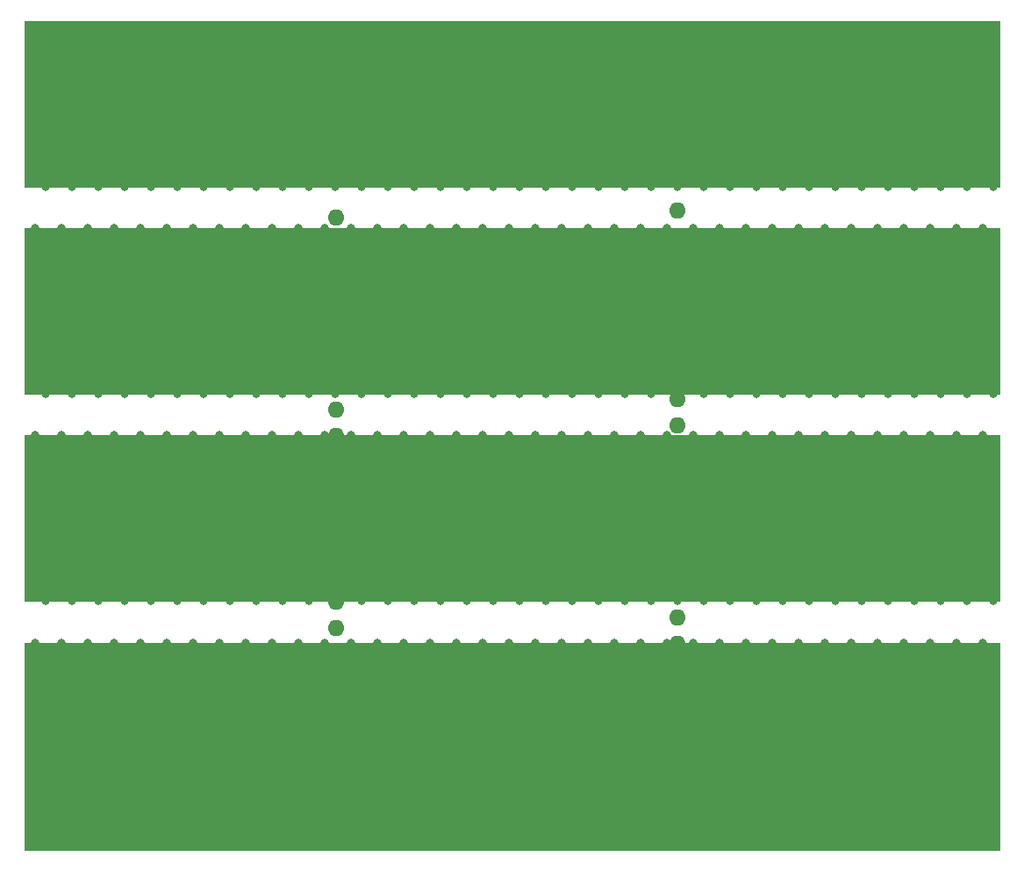
<source format=gbr>
%TF.GenerationSoftware,KiCad,Pcbnew,(5.1.4)-1*%
%TF.CreationDate,2021-02-25T21:00:52+08:00*%
%TF.ProjectId,Coax_fix,436f6178-5f66-4697-982e-6b696361645f,rev?*%
%TF.SameCoordinates,Original*%
%TF.FileFunction,Copper,L2,Bot*%
%TF.FilePolarity,Positive*%
%FSLAX46Y46*%
G04 Gerber Fmt 4.6, Leading zero omitted, Abs format (unit mm)*
G04 Created by KiCad (PCBNEW (5.1.4)-1) date 2021-02-25 21:00:52*
%MOMM*%
%LPD*%
G04 APERTURE LIST*
%ADD10C,0.100000*%
%ADD11R,1.600000X1.600000*%
%ADD12O,1.600000X1.600000*%
%ADD13R,2.000000X2.000000*%
%ADD14O,2.000000X2.000000*%
%ADD15C,0.800000*%
%ADD16C,6.000000*%
%ADD17C,0.350000*%
G04 APERTURE END LIST*
D10*
G36*
X139000000Y-51000000D02*
G01*
X45000000Y-51000000D01*
X45000000Y-35000000D01*
X139000000Y-35000000D01*
X139000000Y-51000000D01*
G37*
X139000000Y-51000000D02*
X45000000Y-51000000D01*
X45000000Y-35000000D01*
X139000000Y-35000000D01*
X139000000Y-51000000D01*
G36*
X139000000Y-71000000D02*
G01*
X45000000Y-71000000D01*
X45000000Y-55000000D01*
X139000000Y-55000000D01*
X139000000Y-71000000D01*
G37*
X139000000Y-71000000D02*
X45000000Y-71000000D01*
X45000000Y-55000000D01*
X139000000Y-55000000D01*
X139000000Y-71000000D01*
G36*
X139000000Y-91000000D02*
G01*
X45000000Y-91000000D01*
X45000000Y-75000000D01*
X139000000Y-75000000D01*
X139000000Y-91000000D01*
G37*
X139000000Y-91000000D02*
X45000000Y-91000000D01*
X45000000Y-75000000D01*
X139000000Y-75000000D01*
X139000000Y-91000000D01*
G36*
X139000000Y-115000000D02*
G01*
X45000000Y-115000000D01*
X45000000Y-95000000D01*
X139000000Y-95000000D01*
X139000000Y-115000000D01*
G37*
X139000000Y-115000000D02*
X45000000Y-115000000D01*
X45000000Y-95000000D01*
X139000000Y-95000000D01*
X139000000Y-115000000D01*
D11*
X108000000Y-113700000D03*
D12*
X108000000Y-111160000D03*
X108000000Y-108620000D03*
X108000000Y-106080000D03*
X108000000Y-103540000D03*
X108000000Y-101000000D03*
D11*
X108000000Y-49700000D03*
D12*
X108000000Y-47160000D03*
X108000000Y-44620000D03*
X108000000Y-42080000D03*
X108000000Y-39540000D03*
X108000000Y-37000000D03*
D11*
X75000000Y-113700000D03*
D12*
X75000000Y-111160000D03*
X75000000Y-108620000D03*
X75000000Y-106080000D03*
X75000000Y-103540000D03*
X75000000Y-101000000D03*
D11*
X75000000Y-98700000D03*
D12*
X75000000Y-96160000D03*
X75000000Y-93620000D03*
X75000000Y-91080000D03*
X75000000Y-88540000D03*
X75000000Y-86000000D03*
D11*
X75000000Y-82700000D03*
D12*
X75000000Y-80160000D03*
X75000000Y-77620000D03*
X75000000Y-75080000D03*
X75000000Y-72540000D03*
X75000000Y-70000000D03*
D13*
X125000000Y-104000000D03*
D14*
X125000000Y-89000000D03*
D13*
X92000000Y-103000000D03*
D14*
X92000000Y-88000000D03*
D13*
X59000000Y-103000000D03*
D14*
X59000000Y-88000000D03*
D13*
X59000000Y-83000000D03*
D14*
X59000000Y-68000000D03*
D13*
X92000000Y-83000000D03*
D14*
X92000000Y-68000000D03*
D13*
X125000000Y-83000000D03*
D14*
X125000000Y-68000000D03*
D13*
X125000000Y-62000000D03*
D14*
X125000000Y-47000000D03*
D13*
X92000000Y-62000000D03*
D14*
X92000000Y-47000000D03*
X59000000Y-47000000D03*
D13*
X59000000Y-62000000D03*
D11*
X108000000Y-97700000D03*
D12*
X108000000Y-95160000D03*
X108000000Y-92620000D03*
X108000000Y-90080000D03*
X108000000Y-87540000D03*
X108000000Y-85000000D03*
D11*
X108000000Y-81700000D03*
D12*
X108000000Y-79160000D03*
X108000000Y-76620000D03*
X108000000Y-74080000D03*
X108000000Y-71540000D03*
X108000000Y-69000000D03*
D11*
X75000000Y-50000000D03*
D12*
X75000000Y-47460000D03*
X75000000Y-44920000D03*
X75000000Y-42380000D03*
X75000000Y-39840000D03*
X75000000Y-37300000D03*
D11*
X108000000Y-66000000D03*
D12*
X108000000Y-63460000D03*
X108000000Y-60920000D03*
X108000000Y-58380000D03*
X108000000Y-55840000D03*
X108000000Y-53300000D03*
X75000000Y-54000000D03*
X75000000Y-56540000D03*
X75000000Y-59080000D03*
X75000000Y-61620000D03*
X75000000Y-64160000D03*
D11*
X75000000Y-66700000D03*
D15*
X85056810Y-98812500D03*
X83000000Y-102375000D03*
X80943190Y-98812500D03*
X83000000Y-97625000D03*
X85056810Y-101187500D03*
X80943190Y-101187500D03*
D16*
X83000000Y-100000000D03*
X83000000Y-80000000D03*
D15*
X85056810Y-81187500D03*
X83000000Y-82375000D03*
X80943190Y-81187500D03*
X80943190Y-78812500D03*
X85056810Y-78812500D03*
X83000000Y-77625000D03*
X136056810Y-58812500D03*
X134000000Y-62375000D03*
X131943190Y-58812500D03*
X134000000Y-57625000D03*
X136056810Y-61187500D03*
X131943190Y-61187500D03*
D16*
X134000000Y-60000000D03*
X134000000Y-40000000D03*
D15*
X136056810Y-41187500D03*
X134000000Y-42375000D03*
X131943190Y-41187500D03*
X131943190Y-38812500D03*
X136056810Y-38812500D03*
X134000000Y-37625000D03*
X134000000Y-77625000D03*
X136056810Y-78812500D03*
X131943190Y-78812500D03*
X131943190Y-81187500D03*
X134000000Y-82375000D03*
X136056810Y-81187500D03*
D16*
X134000000Y-80000000D03*
X134000000Y-100000000D03*
D15*
X131943190Y-101187500D03*
X136056810Y-101187500D03*
X134000000Y-97625000D03*
X131943190Y-98812500D03*
X134000000Y-102375000D03*
X136056810Y-98812500D03*
X116000000Y-37625000D03*
X118056810Y-38812500D03*
X113943190Y-38812500D03*
X113943190Y-41187500D03*
X116000000Y-42375000D03*
X118056810Y-41187500D03*
D16*
X116000000Y-40000000D03*
X116000000Y-60000000D03*
D15*
X113943190Y-61187500D03*
X118056810Y-61187500D03*
X116000000Y-57625000D03*
X113943190Y-58812500D03*
X116000000Y-62375000D03*
X118056810Y-58812500D03*
X118056810Y-98812500D03*
X116000000Y-102375000D03*
X113943190Y-98812500D03*
X116000000Y-97625000D03*
X118056810Y-101187500D03*
X113943190Y-101187500D03*
D16*
X116000000Y-100000000D03*
X116000000Y-80000000D03*
D15*
X118056810Y-81187500D03*
X116000000Y-82375000D03*
X113943190Y-81187500D03*
X113943190Y-78812500D03*
X118056810Y-78812500D03*
X116000000Y-77625000D03*
X103056810Y-58812500D03*
X101000000Y-62375000D03*
X98943190Y-58812500D03*
X101000000Y-57625000D03*
X103056810Y-61187500D03*
X98943190Y-61187500D03*
D16*
X101000000Y-60000000D03*
X101000000Y-40000000D03*
D15*
X103056810Y-41187500D03*
X101000000Y-42375000D03*
X98943190Y-41187500D03*
X98943190Y-38812500D03*
X103056810Y-38812500D03*
X101000000Y-37625000D03*
X101000000Y-77625000D03*
X103056810Y-78812500D03*
X98943190Y-78812500D03*
X98943190Y-81187500D03*
X101000000Y-82375000D03*
X103056810Y-81187500D03*
D16*
X101000000Y-80000000D03*
X101000000Y-100000000D03*
D15*
X98943190Y-101187500D03*
X103056810Y-101187500D03*
X101000000Y-97625000D03*
X98943190Y-98812500D03*
X101000000Y-102375000D03*
X103056810Y-98812500D03*
X83000000Y-37625000D03*
X85056810Y-38812500D03*
X80943190Y-38812500D03*
X80943190Y-41187500D03*
X83000000Y-42375000D03*
X85056810Y-41187500D03*
D16*
X83000000Y-40000000D03*
X83000000Y-60000000D03*
D15*
X80943190Y-61187500D03*
X85056810Y-61187500D03*
X83000000Y-57625000D03*
X80943190Y-58812500D03*
X83000000Y-62375000D03*
X85056810Y-58812500D03*
X70056810Y-98812500D03*
X68000000Y-102375000D03*
X65943190Y-98812500D03*
X68000000Y-97625000D03*
X70056810Y-101187500D03*
X65943190Y-101187500D03*
D16*
X68000000Y-100000000D03*
X68000000Y-80000000D03*
D15*
X70056810Y-81187500D03*
X68000000Y-82375000D03*
X65943190Y-81187500D03*
X65943190Y-78812500D03*
X70056810Y-78812500D03*
X68000000Y-77625000D03*
X50000000Y-77625000D03*
X52056810Y-78812500D03*
X47943190Y-78812500D03*
X47943190Y-81187500D03*
X50000000Y-82375000D03*
X52056810Y-81187500D03*
D16*
X50000000Y-80000000D03*
X50000000Y-100000000D03*
D15*
X47943190Y-101187500D03*
X52056810Y-101187500D03*
X50000000Y-97625000D03*
X47943190Y-98812500D03*
X50000000Y-102375000D03*
X52056810Y-98812500D03*
X68000000Y-37625000D03*
X70056810Y-38812500D03*
X65943190Y-38812500D03*
X65943190Y-41187500D03*
X68000000Y-42375000D03*
X70056810Y-41187500D03*
D16*
X68000000Y-40000000D03*
X68000000Y-60000000D03*
D15*
X65943190Y-61187500D03*
X70056810Y-61187500D03*
X68000000Y-57625000D03*
X65943190Y-58812500D03*
X68000000Y-62375000D03*
X70056810Y-58812500D03*
X52056810Y-58812500D03*
X50000000Y-62375000D03*
X47943190Y-58812500D03*
X50000000Y-57625000D03*
X52056810Y-61187500D03*
X47943190Y-61187500D03*
D16*
X50000000Y-60000000D03*
X50000000Y-40000000D03*
D15*
X52056810Y-41187500D03*
X50000000Y-42375000D03*
X47943190Y-41187500D03*
X47943190Y-38812500D03*
X52056810Y-38812500D03*
X50000000Y-37625000D03*
X48000000Y-46000000D03*
X48000000Y-50000000D03*
X70000000Y-50000000D03*
X70000000Y-46000000D03*
X52000000Y-46000000D03*
X52000000Y-50000000D03*
X65000000Y-50000000D03*
X65000000Y-46000000D03*
X56000000Y-46000000D03*
X56000000Y-50000000D03*
X61000000Y-50000000D03*
X61000000Y-46000000D03*
X89000000Y-46000000D03*
X94000000Y-46000000D03*
X85000000Y-50000000D03*
X85000000Y-46000000D03*
X89000000Y-50000000D03*
X98000000Y-50000000D03*
X98000000Y-46000000D03*
X94000000Y-50000000D03*
X103000000Y-50000000D03*
X103000000Y-46000000D03*
X81000000Y-46000000D03*
X81000000Y-50000000D03*
X122000000Y-46000000D03*
X127000000Y-46000000D03*
X118000000Y-50000000D03*
X118000000Y-46000000D03*
X122000000Y-50000000D03*
X131000000Y-50000000D03*
X131000000Y-46000000D03*
X127000000Y-50000000D03*
X136000000Y-50000000D03*
X136000000Y-46000000D03*
X114000000Y-46000000D03*
X114000000Y-50000000D03*
X122000000Y-66000000D03*
X127000000Y-66000000D03*
X118000000Y-70000000D03*
X118000000Y-66000000D03*
X122000000Y-70000000D03*
X131000000Y-70000000D03*
X131000000Y-66000000D03*
X127000000Y-70000000D03*
X136000000Y-70000000D03*
X136000000Y-66000000D03*
X114000000Y-66000000D03*
X114000000Y-70000000D03*
X89000000Y-66000000D03*
X94000000Y-66000000D03*
X85000000Y-70000000D03*
X85000000Y-66000000D03*
X89000000Y-70000000D03*
X98000000Y-70000000D03*
X98000000Y-66000000D03*
X94000000Y-70000000D03*
X103000000Y-70000000D03*
X103000000Y-66000000D03*
X81000000Y-66000000D03*
X81000000Y-70000000D03*
X56000000Y-66000000D03*
X61000000Y-66000000D03*
X52000000Y-70000000D03*
X52000000Y-66000000D03*
X56000000Y-70000000D03*
X65000000Y-70000000D03*
X65000000Y-66000000D03*
X61000000Y-70000000D03*
X70000000Y-70000000D03*
X70000000Y-66000000D03*
X48000000Y-66000000D03*
X48000000Y-70000000D03*
X56000000Y-86000000D03*
X61000000Y-86000000D03*
X52000000Y-90000000D03*
X52000000Y-86000000D03*
X56000000Y-90000000D03*
X65000000Y-90000000D03*
X65000000Y-86000000D03*
X61000000Y-90000000D03*
X70000000Y-90000000D03*
X70000000Y-86000000D03*
X48000000Y-86000000D03*
X48000000Y-90000000D03*
X89000000Y-86000000D03*
X94000000Y-86000000D03*
X85000000Y-90000000D03*
X85000000Y-86000000D03*
X89000000Y-90000000D03*
X98000000Y-90000000D03*
X98000000Y-86000000D03*
X94000000Y-90000000D03*
X103000000Y-90000000D03*
X103000000Y-86000000D03*
X81000000Y-86000000D03*
X81000000Y-90000000D03*
X122000000Y-86000000D03*
X127000000Y-86000000D03*
X118000000Y-90000000D03*
X118000000Y-86000000D03*
X122000000Y-90000000D03*
X131000000Y-90000000D03*
X131000000Y-86000000D03*
X127000000Y-90000000D03*
X136000000Y-90000000D03*
X136000000Y-86000000D03*
X114000000Y-86000000D03*
X114000000Y-90000000D03*
X122000000Y-109000000D03*
X127000000Y-109000000D03*
X118000000Y-113000000D03*
X118000000Y-109000000D03*
X122000000Y-113000000D03*
X131000000Y-113000000D03*
X131000000Y-109000000D03*
X127000000Y-113000000D03*
X136000000Y-113000000D03*
X136000000Y-109000000D03*
X114000000Y-109000000D03*
X114000000Y-113000000D03*
X89000000Y-109000000D03*
X94000000Y-109000000D03*
X85000000Y-113000000D03*
X85000000Y-109000000D03*
X89000000Y-113000000D03*
X98000000Y-113000000D03*
X98000000Y-109000000D03*
X94000000Y-113000000D03*
X103000000Y-113000000D03*
X103000000Y-109000000D03*
X81000000Y-109000000D03*
X81000000Y-113000000D03*
X56000000Y-109000000D03*
X61000000Y-109000000D03*
X52000000Y-113000000D03*
X52000000Y-109000000D03*
X56000000Y-113000000D03*
X65000000Y-113000000D03*
X65000000Y-109000000D03*
X61000000Y-113000000D03*
X70000000Y-113000000D03*
X70000000Y-109000000D03*
X48000000Y-109000000D03*
X48000000Y-113000000D03*
X46000000Y-95000000D03*
X48540000Y-95000000D03*
X51080000Y-95000000D03*
X53620000Y-95000000D03*
X56160000Y-95000000D03*
X58700000Y-95000000D03*
X61240000Y-95000000D03*
X63780000Y-95000000D03*
X66320000Y-95000000D03*
X68860000Y-95000000D03*
X71400000Y-95000000D03*
X73940000Y-95000000D03*
X76480000Y-95000000D03*
X79020000Y-95000000D03*
X81560000Y-95000000D03*
X84100000Y-95000000D03*
X86640000Y-95000000D03*
X89180000Y-95000000D03*
X91720000Y-95000000D03*
X94260000Y-95000000D03*
X96800000Y-95000000D03*
X99340000Y-95000000D03*
X101880000Y-95000000D03*
X104420000Y-95000000D03*
X106960000Y-95000000D03*
X109500000Y-95000000D03*
X112040000Y-95000000D03*
X114580000Y-95000000D03*
X117120000Y-95000000D03*
X119660000Y-95000000D03*
X122200000Y-95000000D03*
X124740000Y-95000000D03*
X127280000Y-95000000D03*
X129820000Y-95000000D03*
X132360000Y-95000000D03*
X134900000Y-95000000D03*
X137440000Y-95000000D03*
X46000000Y-75000000D03*
X48540000Y-75000000D03*
X51080000Y-75000000D03*
X53620000Y-75000000D03*
X56160000Y-75000000D03*
X58700000Y-75000000D03*
X61240000Y-75000000D03*
X63780000Y-75000000D03*
X66320000Y-75000000D03*
X68860000Y-75000000D03*
X71400000Y-75000000D03*
X73940000Y-75000000D03*
X76480000Y-75000000D03*
X79020000Y-75000000D03*
X81560000Y-75000000D03*
X84100000Y-75000000D03*
X86640000Y-75000000D03*
X89180000Y-75000000D03*
X91720000Y-75000000D03*
X94260000Y-75000000D03*
X96800000Y-75000000D03*
X99340000Y-75000000D03*
X101880000Y-75000000D03*
X104420000Y-75000000D03*
X106960000Y-75000000D03*
X109500000Y-75000000D03*
X112040000Y-75000000D03*
X114580000Y-75000000D03*
X117120000Y-75000000D03*
X119660000Y-75000000D03*
X122200000Y-75000000D03*
X124740000Y-75000000D03*
X127280000Y-75000000D03*
X129820000Y-75000000D03*
X132360000Y-75000000D03*
X134900000Y-75000000D03*
X137440000Y-75000000D03*
X46000000Y-55000000D03*
X48540000Y-55000000D03*
X51080000Y-55000000D03*
X53620000Y-55000000D03*
X56160000Y-55000000D03*
X58700000Y-55000000D03*
X61240000Y-55000000D03*
X63780000Y-55000000D03*
X66320000Y-55000000D03*
X68860000Y-55000000D03*
X71400000Y-55000000D03*
X73940000Y-55000000D03*
X76480000Y-55000000D03*
X79020000Y-55000000D03*
X81560000Y-55000000D03*
X84100000Y-55000000D03*
X86640000Y-55000000D03*
X89180000Y-55000000D03*
X91720000Y-55000000D03*
X94260000Y-55000000D03*
X96800000Y-55000000D03*
X99340000Y-55000000D03*
X101880000Y-55000000D03*
X104420000Y-55000000D03*
X106960000Y-55000000D03*
X109500000Y-55000000D03*
X112040000Y-55000000D03*
X114580000Y-55000000D03*
X117120000Y-55000000D03*
X119660000Y-55000000D03*
X122200000Y-55000000D03*
X124740000Y-55000000D03*
X127280000Y-55000000D03*
X129820000Y-55000000D03*
X132360000Y-55000000D03*
X134900000Y-55000000D03*
X137440000Y-55000000D03*
X47000000Y-51000000D03*
X49540000Y-51000000D03*
X52080000Y-51000000D03*
X54620000Y-51000000D03*
X57160000Y-51000000D03*
X59700000Y-51000000D03*
X62240000Y-51000000D03*
X64780000Y-51000000D03*
X67320000Y-51000000D03*
X69860000Y-51000000D03*
X72400000Y-51000000D03*
X74940000Y-51000000D03*
X77480000Y-51000000D03*
X80020000Y-51000000D03*
X82560000Y-51000000D03*
X85100000Y-51000000D03*
X87640000Y-51000000D03*
X90180000Y-51000000D03*
X92720000Y-51000000D03*
X95260000Y-51000000D03*
X97800000Y-51000000D03*
X100340000Y-51000000D03*
X102880000Y-51000000D03*
X105420000Y-51000000D03*
X107960000Y-51000000D03*
X110500000Y-51000000D03*
X113040000Y-51000000D03*
X115580000Y-51000000D03*
X118120000Y-51000000D03*
X120660000Y-51000000D03*
X123200000Y-51000000D03*
X125740000Y-51000000D03*
X128280000Y-51000000D03*
X130820000Y-51000000D03*
X133360000Y-51000000D03*
X135900000Y-51000000D03*
X138440000Y-51000000D03*
X47000000Y-71000000D03*
X49540000Y-71000000D03*
X52080000Y-71000000D03*
X54620000Y-71000000D03*
X57160000Y-71000000D03*
X59700000Y-71000000D03*
X62240000Y-71000000D03*
X64780000Y-71000000D03*
X67320000Y-71000000D03*
X69860000Y-71000000D03*
X72400000Y-71000000D03*
X74940000Y-71000000D03*
X77480000Y-71000000D03*
X80020000Y-71000000D03*
X82560000Y-71000000D03*
X85100000Y-71000000D03*
X87640000Y-71000000D03*
X90180000Y-71000000D03*
X92720000Y-71000000D03*
X95260000Y-71000000D03*
X97800000Y-71000000D03*
X100340000Y-71000000D03*
X102880000Y-71000000D03*
X105420000Y-71000000D03*
X107960000Y-71000000D03*
X110500000Y-71000000D03*
X113040000Y-71000000D03*
X115580000Y-71000000D03*
X118120000Y-71000000D03*
X120660000Y-71000000D03*
X123200000Y-71000000D03*
X125740000Y-71000000D03*
X128280000Y-71000000D03*
X130820000Y-71000000D03*
X133360000Y-71000000D03*
X135900000Y-71000000D03*
X138440000Y-71000000D03*
X47000000Y-91000000D03*
X49540000Y-91000000D03*
X52080000Y-91000000D03*
X54620000Y-91000000D03*
X57160000Y-91000000D03*
X59700000Y-91000000D03*
X62240000Y-91000000D03*
X64780000Y-91000000D03*
X67320000Y-91000000D03*
X69860000Y-91000000D03*
X72400000Y-91000000D03*
X74940000Y-91000000D03*
X77480000Y-91000000D03*
X80020000Y-91000000D03*
X82560000Y-91000000D03*
X85100000Y-91000000D03*
X87640000Y-91000000D03*
X90180000Y-91000000D03*
X92720000Y-91000000D03*
X95260000Y-91000000D03*
X97800000Y-91000000D03*
X100340000Y-91000000D03*
X102880000Y-91000000D03*
X105420000Y-91000000D03*
X107960000Y-91000000D03*
X110500000Y-91000000D03*
X113040000Y-91000000D03*
X115580000Y-91000000D03*
X118120000Y-91000000D03*
X120660000Y-91000000D03*
X123200000Y-91000000D03*
X125740000Y-91000000D03*
X128280000Y-91000000D03*
X130820000Y-91000000D03*
X133360000Y-91000000D03*
X135900000Y-91000000D03*
X138440000Y-91000000D03*
D17*
X48000000Y-46000000D03*
X48000000Y-50000000D03*
X70000000Y-50000000D03*
X70000000Y-46000000D03*
X52000000Y-46000000D03*
X52000000Y-50000000D03*
X65000000Y-50000000D03*
X65000000Y-46000000D03*
X56000000Y-46000000D03*
X56000000Y-50000000D03*
X61000000Y-50000000D03*
X61000000Y-46000000D03*
X89000000Y-46000000D03*
X94000000Y-46000000D03*
X85000000Y-50000000D03*
X85000000Y-46000000D03*
X89000000Y-50000000D03*
X98000000Y-50000000D03*
X98000000Y-46000000D03*
X94000000Y-50000000D03*
X103000000Y-50000000D03*
X103000000Y-46000000D03*
X81000000Y-46000000D03*
X81000000Y-50000000D03*
X122000000Y-46000000D03*
X127000000Y-46000000D03*
X118000000Y-50000000D03*
X118000000Y-46000000D03*
X122000000Y-50000000D03*
X131000000Y-50000000D03*
X131000000Y-46000000D03*
X127000000Y-50000000D03*
X136000000Y-50000000D03*
X136000000Y-46000000D03*
X114000000Y-46000000D03*
X114000000Y-50000000D03*
X122000000Y-66000000D03*
X127000000Y-66000000D03*
X118000000Y-70000000D03*
X118000000Y-66000000D03*
X122000000Y-70000000D03*
X131000000Y-70000000D03*
X131000000Y-66000000D03*
X127000000Y-70000000D03*
X136000000Y-70000000D03*
X136000000Y-66000000D03*
X114000000Y-66000000D03*
X114000000Y-70000000D03*
X89000000Y-66000000D03*
X94000000Y-66000000D03*
X85000000Y-70000000D03*
X85000000Y-66000000D03*
X89000000Y-70000000D03*
X98000000Y-70000000D03*
X98000000Y-66000000D03*
X94000000Y-70000000D03*
X103000000Y-70000000D03*
X103000000Y-66000000D03*
X81000000Y-66000000D03*
X81000000Y-70000000D03*
X56000000Y-66000000D03*
X61000000Y-66000000D03*
X52000000Y-70000000D03*
X52000000Y-66000000D03*
X56000000Y-70000000D03*
X65000000Y-70000000D03*
X65000000Y-66000000D03*
X61000000Y-70000000D03*
X70000000Y-70000000D03*
X70000000Y-66000000D03*
X48000000Y-66000000D03*
X48000000Y-70000000D03*
X56000000Y-86000000D03*
X61000000Y-86000000D03*
X52000000Y-90000000D03*
X52000000Y-86000000D03*
X56000000Y-90000000D03*
X65000000Y-90000000D03*
X65000000Y-86000000D03*
X61000000Y-90000000D03*
X70000000Y-90000000D03*
X70000000Y-86000000D03*
X48000000Y-86000000D03*
X48000000Y-90000000D03*
X89000000Y-86000000D03*
X94000000Y-86000000D03*
X85000000Y-90000000D03*
X85000000Y-86000000D03*
X89000000Y-90000000D03*
X98000000Y-90000000D03*
X98000000Y-86000000D03*
X94000000Y-90000000D03*
X103000000Y-90000000D03*
X103000000Y-86000000D03*
X81000000Y-86000000D03*
X81000000Y-90000000D03*
X122000000Y-86000000D03*
X127000000Y-86000000D03*
X118000000Y-90000000D03*
X118000000Y-86000000D03*
X122000000Y-90000000D03*
X131000000Y-90000000D03*
X131000000Y-86000000D03*
X127000000Y-90000000D03*
X136000000Y-90000000D03*
X136000000Y-86000000D03*
X114000000Y-86000000D03*
X114000000Y-90000000D03*
X122000000Y-109000000D03*
X127000000Y-109000000D03*
X118000000Y-113000000D03*
X118000000Y-109000000D03*
X122000000Y-113000000D03*
X131000000Y-113000000D03*
X131000000Y-109000000D03*
X127000000Y-113000000D03*
X136000000Y-113000000D03*
X136000000Y-109000000D03*
X114000000Y-109000000D03*
X114000000Y-113000000D03*
X89000000Y-109000000D03*
X94000000Y-109000000D03*
X85000000Y-113000000D03*
X85000000Y-109000000D03*
X89000000Y-113000000D03*
X98000000Y-113000000D03*
X98000000Y-109000000D03*
X94000000Y-113000000D03*
X103000000Y-113000000D03*
X103000000Y-109000000D03*
X81000000Y-109000000D03*
X81000000Y-113000000D03*
X56000000Y-109000000D03*
X61000000Y-109000000D03*
X52000000Y-113000000D03*
X52000000Y-109000000D03*
X56000000Y-113000000D03*
X65000000Y-113000000D03*
X65000000Y-109000000D03*
X61000000Y-113000000D03*
X70000000Y-113000000D03*
X70000000Y-109000000D03*
X48000000Y-109000000D03*
X48000000Y-113000000D03*
X46000000Y-95000000D03*
X48540000Y-95000000D03*
X51080000Y-95000000D03*
X53620000Y-95000000D03*
X56160000Y-95000000D03*
X58700000Y-95000000D03*
X61240000Y-95000000D03*
X63780000Y-95000000D03*
X66320000Y-95000000D03*
X68860000Y-95000000D03*
X71400000Y-95000000D03*
X73940000Y-95000000D03*
X76480000Y-95000000D03*
X79020000Y-95000000D03*
X81560000Y-95000000D03*
X84100000Y-95000000D03*
X86640000Y-95000000D03*
X89180000Y-95000000D03*
X91720000Y-95000000D03*
X94260000Y-95000000D03*
X96800000Y-95000000D03*
X99340000Y-95000000D03*
X101880000Y-95000000D03*
X104420000Y-95000000D03*
X106960000Y-95000000D03*
X109500000Y-95000000D03*
X112040000Y-95000000D03*
X114580000Y-95000000D03*
X117120000Y-95000000D03*
X119660000Y-95000000D03*
X122200000Y-95000000D03*
X124740000Y-95000000D03*
X127280000Y-95000000D03*
X129820000Y-95000000D03*
X132360000Y-95000000D03*
X134900000Y-95000000D03*
X137440000Y-95000000D03*
X46000000Y-75000000D03*
X48540000Y-75000000D03*
X51080000Y-75000000D03*
X53620000Y-75000000D03*
X56160000Y-75000000D03*
X58700000Y-75000000D03*
X61240000Y-75000000D03*
X63780000Y-75000000D03*
X66320000Y-75000000D03*
X68860000Y-75000000D03*
X71400000Y-75000000D03*
X73940000Y-75000000D03*
X76480000Y-75000000D03*
X79020000Y-75000000D03*
X81560000Y-75000000D03*
X84100000Y-75000000D03*
X86640000Y-75000000D03*
X89180000Y-75000000D03*
X91720000Y-75000000D03*
X94260000Y-75000000D03*
X96800000Y-75000000D03*
X99340000Y-75000000D03*
X101880000Y-75000000D03*
X104420000Y-75000000D03*
X106960000Y-75000000D03*
X109500000Y-75000000D03*
X112040000Y-75000000D03*
X114580000Y-75000000D03*
X117120000Y-75000000D03*
X119660000Y-75000000D03*
X122200000Y-75000000D03*
X124740000Y-75000000D03*
X127280000Y-75000000D03*
X129820000Y-75000000D03*
X132360000Y-75000000D03*
X134900000Y-75000000D03*
X137440000Y-75000000D03*
X46000000Y-55000000D03*
X48540000Y-55000000D03*
X51080000Y-55000000D03*
X53620000Y-55000000D03*
X56160000Y-55000000D03*
X58700000Y-55000000D03*
X61240000Y-55000000D03*
X63780000Y-55000000D03*
X66320000Y-55000000D03*
X68860000Y-55000000D03*
X71400000Y-55000000D03*
X73940000Y-55000000D03*
X76480000Y-55000000D03*
X79020000Y-55000000D03*
X81560000Y-55000000D03*
X84100000Y-55000000D03*
X86640000Y-55000000D03*
X89180000Y-55000000D03*
X91720000Y-55000000D03*
X94260000Y-55000000D03*
X96800000Y-55000000D03*
X99340000Y-55000000D03*
X101880000Y-55000000D03*
X104420000Y-55000000D03*
X106960000Y-55000000D03*
X109500000Y-55000000D03*
X112040000Y-55000000D03*
X114580000Y-55000000D03*
X117120000Y-55000000D03*
X119660000Y-55000000D03*
X122200000Y-55000000D03*
X124740000Y-55000000D03*
X127280000Y-55000000D03*
X129820000Y-55000000D03*
X132360000Y-55000000D03*
X134900000Y-55000000D03*
X137440000Y-55000000D03*
X47000000Y-51000000D03*
X49540000Y-51000000D03*
X52080000Y-51000000D03*
X54620000Y-51000000D03*
X57160000Y-51000000D03*
X59700000Y-51000000D03*
X62240000Y-51000000D03*
X64780000Y-51000000D03*
X67320000Y-51000000D03*
X69860000Y-51000000D03*
X72400000Y-51000000D03*
X74940000Y-51000000D03*
X77480000Y-51000000D03*
X80020000Y-51000000D03*
X82560000Y-51000000D03*
X85100000Y-51000000D03*
X87640000Y-51000000D03*
X90180000Y-51000000D03*
X92720000Y-51000000D03*
X95260000Y-51000000D03*
X97800000Y-51000000D03*
X100340000Y-51000000D03*
X102880000Y-51000000D03*
X105420000Y-51000000D03*
X107960000Y-51000000D03*
X110500000Y-51000000D03*
X113040000Y-51000000D03*
X115580000Y-51000000D03*
X118120000Y-51000000D03*
X120660000Y-51000000D03*
X123200000Y-51000000D03*
X125740000Y-51000000D03*
X128280000Y-51000000D03*
X130820000Y-51000000D03*
X133360000Y-51000000D03*
X135900000Y-51000000D03*
X138440000Y-51000000D03*
X47000000Y-71000000D03*
X49540000Y-71000000D03*
X52080000Y-71000000D03*
X54620000Y-71000000D03*
X57160000Y-71000000D03*
X59700000Y-71000000D03*
X62240000Y-71000000D03*
X64780000Y-71000000D03*
X67320000Y-71000000D03*
X69860000Y-71000000D03*
X72400000Y-71000000D03*
X74940000Y-71000000D03*
X77480000Y-71000000D03*
X80020000Y-71000000D03*
X82560000Y-71000000D03*
X85100000Y-71000000D03*
X87640000Y-71000000D03*
X90180000Y-71000000D03*
X92720000Y-71000000D03*
X95260000Y-71000000D03*
X97800000Y-71000000D03*
X100340000Y-71000000D03*
X102880000Y-71000000D03*
X105420000Y-71000000D03*
X107960000Y-71000000D03*
X110500000Y-71000000D03*
X113040000Y-71000000D03*
X115580000Y-71000000D03*
X118120000Y-71000000D03*
X120660000Y-71000000D03*
X123200000Y-71000000D03*
X125740000Y-71000000D03*
X128280000Y-71000000D03*
X130820000Y-71000000D03*
X133360000Y-71000000D03*
X135900000Y-71000000D03*
X138440000Y-71000000D03*
X47000000Y-91000000D03*
X49540000Y-91000000D03*
X52080000Y-91000000D03*
X54620000Y-91000000D03*
X57160000Y-91000000D03*
X59700000Y-91000000D03*
X62240000Y-91000000D03*
X64780000Y-91000000D03*
X67320000Y-91000000D03*
X69860000Y-91000000D03*
X72400000Y-91000000D03*
X74940000Y-91000000D03*
X77480000Y-91000000D03*
X80020000Y-91000000D03*
X82560000Y-91000000D03*
X85100000Y-91000000D03*
X87640000Y-91000000D03*
X90180000Y-91000000D03*
X92720000Y-91000000D03*
X95260000Y-91000000D03*
X97800000Y-91000000D03*
X100340000Y-91000000D03*
X102880000Y-91000000D03*
X105420000Y-91000000D03*
X107960000Y-91000000D03*
X110500000Y-91000000D03*
X113040000Y-91000000D03*
X115580000Y-91000000D03*
X118120000Y-91000000D03*
X120660000Y-91000000D03*
X123200000Y-91000000D03*
X125740000Y-91000000D03*
X128280000Y-91000000D03*
X130820000Y-91000000D03*
X133360000Y-91000000D03*
X135900000Y-91000000D03*
X138440000Y-91000000D03*
X108000000Y-113700000D03*
X108000000Y-111160000D03*
X108000000Y-108620000D03*
X108000000Y-106080000D03*
X108000000Y-103540000D03*
X108000000Y-101000000D03*
X108000000Y-49700000D03*
X108000000Y-47160000D03*
X108000000Y-44620000D03*
X108000000Y-42080000D03*
X108000000Y-39540000D03*
X108000000Y-37000000D03*
X75000000Y-113700000D03*
X75000000Y-111160000D03*
X75000000Y-108620000D03*
X75000000Y-106080000D03*
X75000000Y-103540000D03*
X75000000Y-101000000D03*
X75000000Y-98700000D03*
X75000000Y-96160000D03*
X75000000Y-93620000D03*
X75000000Y-91080000D03*
X75000000Y-88540000D03*
X75000000Y-86000000D03*
X75000000Y-82700000D03*
X75000000Y-80160000D03*
X75000000Y-77620000D03*
X75000000Y-75080000D03*
X75000000Y-72540000D03*
X75000000Y-70000000D03*
X125000000Y-104000000D03*
X125000000Y-89000000D03*
X92000000Y-103000000D03*
X92000000Y-88000000D03*
X59000000Y-103000000D03*
X59000000Y-88000000D03*
X59000000Y-83000000D03*
X59000000Y-68000000D03*
X92000000Y-83000000D03*
X92000000Y-68000000D03*
X125000000Y-83000000D03*
X125000000Y-68000000D03*
X125000000Y-62000000D03*
X125000000Y-47000000D03*
X92000000Y-62000000D03*
X92000000Y-47000000D03*
X59000000Y-47000000D03*
X59000000Y-62000000D03*
X108000000Y-97700000D03*
X108000000Y-95160000D03*
X108000000Y-92620000D03*
X108000000Y-90080000D03*
X108000000Y-87540000D03*
X108000000Y-85000000D03*
X108000000Y-81700000D03*
X108000000Y-79160000D03*
X108000000Y-76620000D03*
X108000000Y-74080000D03*
X108000000Y-71540000D03*
X108000000Y-69000000D03*
X75000000Y-50000000D03*
X75000000Y-47460000D03*
X75000000Y-44920000D03*
X75000000Y-42380000D03*
X75000000Y-39840000D03*
X75000000Y-37300000D03*
X108000000Y-66000000D03*
X108000000Y-63460000D03*
X108000000Y-60920000D03*
X108000000Y-58380000D03*
X108000000Y-55840000D03*
X108000000Y-53300000D03*
X75000000Y-54000000D03*
X75000000Y-56540000D03*
X75000000Y-59080000D03*
X75000000Y-61620000D03*
X75000000Y-64160000D03*
X75000000Y-66700000D03*
X85056810Y-98812500D03*
X83000000Y-102375000D03*
X80943190Y-98812500D03*
X83000000Y-97625000D03*
X85056810Y-101187500D03*
X80943190Y-101187500D03*
X83000000Y-100000000D03*
X83000000Y-80000000D03*
X85056810Y-81187500D03*
X83000000Y-82375000D03*
X80943190Y-81187500D03*
X80943190Y-78812500D03*
X85056810Y-78812500D03*
X83000000Y-77625000D03*
X136056810Y-58812500D03*
X134000000Y-62375000D03*
X131943190Y-58812500D03*
X134000000Y-57625000D03*
X136056810Y-61187500D03*
X131943190Y-61187500D03*
X134000000Y-60000000D03*
X134000000Y-40000000D03*
X136056810Y-41187500D03*
X134000000Y-42375000D03*
X131943190Y-41187500D03*
X131943190Y-38812500D03*
X136056810Y-38812500D03*
X134000000Y-37625000D03*
X134000000Y-77625000D03*
X136056810Y-78812500D03*
X131943190Y-78812500D03*
X131943190Y-81187500D03*
X134000000Y-82375000D03*
X136056810Y-81187500D03*
X134000000Y-80000000D03*
X134000000Y-100000000D03*
X131943190Y-101187500D03*
X136056810Y-101187500D03*
X134000000Y-97625000D03*
X131943190Y-98812500D03*
X134000000Y-102375000D03*
X136056810Y-98812500D03*
X116000000Y-37625000D03*
X118056810Y-38812500D03*
X113943190Y-38812500D03*
X113943190Y-41187500D03*
X116000000Y-42375000D03*
X118056810Y-41187500D03*
X116000000Y-40000000D03*
X116000000Y-60000000D03*
X113943190Y-61187500D03*
X118056810Y-61187500D03*
X116000000Y-57625000D03*
X113943190Y-58812500D03*
X116000000Y-62375000D03*
X118056810Y-58812500D03*
X118056810Y-98812500D03*
X116000000Y-102375000D03*
X113943190Y-98812500D03*
X116000000Y-97625000D03*
X118056810Y-101187500D03*
X113943190Y-101187500D03*
X116000000Y-100000000D03*
X116000000Y-80000000D03*
X118056810Y-81187500D03*
X116000000Y-82375000D03*
X113943190Y-81187500D03*
X113943190Y-78812500D03*
X118056810Y-78812500D03*
X116000000Y-77625000D03*
X103056810Y-58812500D03*
X101000000Y-62375000D03*
X98943190Y-58812500D03*
X101000000Y-57625000D03*
X103056810Y-61187500D03*
X98943190Y-61187500D03*
X101000000Y-60000000D03*
X101000000Y-40000000D03*
X103056810Y-41187500D03*
X101000000Y-42375000D03*
X98943190Y-41187500D03*
X98943190Y-38812500D03*
X103056810Y-38812500D03*
X101000000Y-37625000D03*
X101000000Y-77625000D03*
X103056810Y-78812500D03*
X98943190Y-78812500D03*
X98943190Y-81187500D03*
X101000000Y-82375000D03*
X103056810Y-81187500D03*
X101000000Y-80000000D03*
X101000000Y-100000000D03*
X98943190Y-101187500D03*
X103056810Y-101187500D03*
X101000000Y-97625000D03*
X98943190Y-98812500D03*
X101000000Y-102375000D03*
X103056810Y-98812500D03*
X83000000Y-37625000D03*
X85056810Y-38812500D03*
X80943190Y-38812500D03*
X80943190Y-41187500D03*
X83000000Y-42375000D03*
X85056810Y-41187500D03*
X83000000Y-40000000D03*
X83000000Y-60000000D03*
X80943190Y-61187500D03*
X85056810Y-61187500D03*
X83000000Y-57625000D03*
X80943190Y-58812500D03*
X83000000Y-62375000D03*
X85056810Y-58812500D03*
X70056810Y-98812500D03*
X68000000Y-102375000D03*
X65943190Y-98812500D03*
X68000000Y-97625000D03*
X70056810Y-101187500D03*
X65943190Y-101187500D03*
X68000000Y-100000000D03*
X68000000Y-80000000D03*
X70056810Y-81187500D03*
X68000000Y-82375000D03*
X65943190Y-81187500D03*
X65943190Y-78812500D03*
X70056810Y-78812500D03*
X68000000Y-77625000D03*
X50000000Y-77625000D03*
X52056810Y-78812500D03*
X47943190Y-78812500D03*
X47943190Y-81187500D03*
X50000000Y-82375000D03*
X52056810Y-81187500D03*
X50000000Y-80000000D03*
X50000000Y-100000000D03*
X47943190Y-101187500D03*
X52056810Y-101187500D03*
X50000000Y-97625000D03*
X47943190Y-98812500D03*
X50000000Y-102375000D03*
X52056810Y-98812500D03*
X68000000Y-37625000D03*
X70056810Y-38812500D03*
X65943190Y-38812500D03*
X65943190Y-41187500D03*
X68000000Y-42375000D03*
X70056810Y-41187500D03*
X68000000Y-40000000D03*
X68000000Y-60000000D03*
X65943190Y-61187500D03*
X70056810Y-61187500D03*
X68000000Y-57625000D03*
X65943190Y-58812500D03*
X68000000Y-62375000D03*
X70056810Y-58812500D03*
X52056810Y-58812500D03*
X50000000Y-62375000D03*
X47943190Y-58812500D03*
X50000000Y-57625000D03*
X52056810Y-61187500D03*
X47943190Y-61187500D03*
X50000000Y-60000000D03*
X50000000Y-40000000D03*
X52056810Y-41187500D03*
X50000000Y-42375000D03*
X47943190Y-41187500D03*
X47943190Y-38812500D03*
X52056810Y-38812500D03*
X50000000Y-37625000D03*
M02*

</source>
